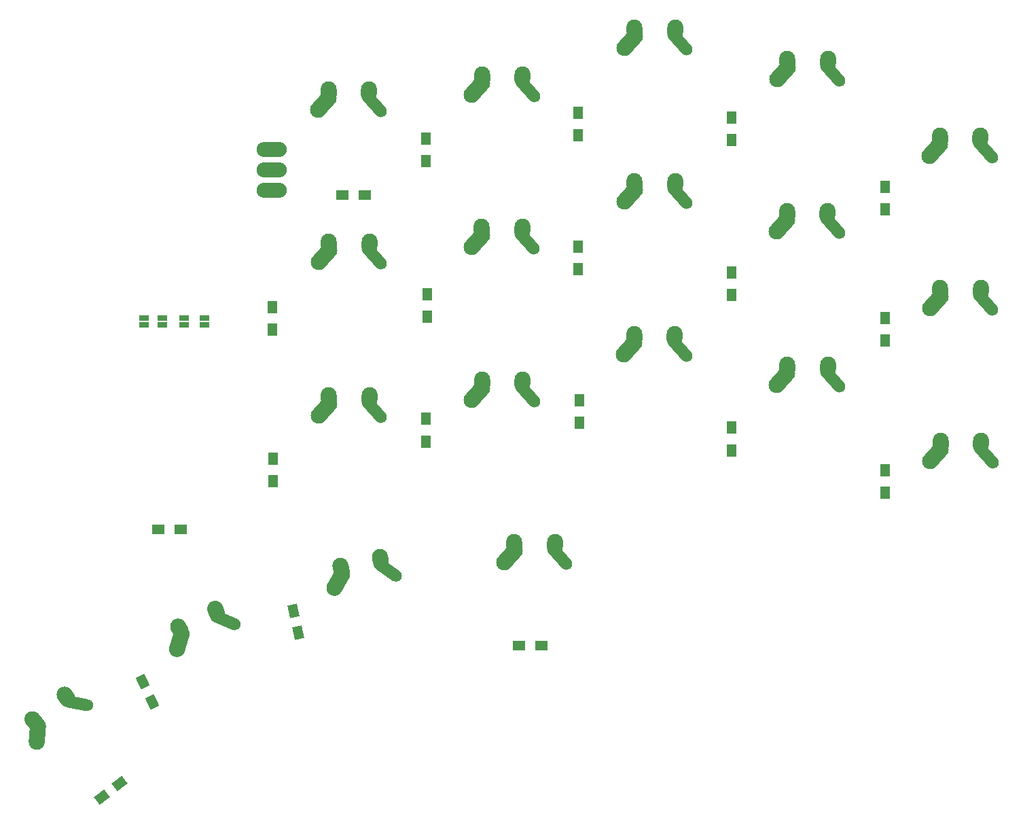
<source format=gbr>
%TF.GenerationSoftware,KiCad,Pcbnew,(5.99.0-11550-g369d813a32)*%
%TF.CreationDate,2021-08-18T15:47:15+05:30*%
%TF.ProjectId,Pteron36v0,50746572-6f6e-4333-9676-302e6b696361,rev?*%
%TF.SameCoordinates,Original*%
%TF.FileFunction,Paste,Bot*%
%TF.FilePolarity,Positive*%
%FSLAX46Y46*%
G04 Gerber Fmt 4.6, Leading zero omitted, Abs format (unit mm)*
G04 Created by KiCad (PCBNEW (5.99.0-11550-g369d813a32)) date 2021-08-18 15:47:15*
%MOMM*%
%LPD*%
G01*
G04 APERTURE LIST*
G04 Aperture macros list*
%AMHorizOval*
0 Thick line with rounded ends*
0 $1 width*
0 $2 $3 position (X,Y) of the first rounded end (center of the circle)*
0 $4 $5 position (X,Y) of the second rounded end (center of the circle)*
0 Add line between two ends*
20,1,$1,$2,$3,$4,$5,0*
0 Add two circle primitives to create the rounded ends*
1,1,$1,$2,$3*
1,1,$1,$4,$5*%
%AMRotRect*
0 Rectangle, with rotation*
0 The origin of the aperture is its center*
0 $1 length*
0 $2 width*
0 $3 Rotation angle, in degrees counterclockwise*
0 Add horizontal line*
21,1,$1,$2,0,0,$3*%
G04 Aperture macros list end*
%ADD10HorizOval,2.000000X-0.160865X0.242121X0.160865X-0.242121X0*%
%ADD11HorizOval,1.500000X-1.209775X0.226403X1.209775X-0.226403X0*%
%ADD12HorizOval,2.000000X0.075244X0.977887X-0.075244X-0.977887X0*%
%ADD13HorizOval,2.000000X-0.192236X0.218049X0.192236X-0.218049X0*%
%ADD14HorizOval,2.000000X-0.019771X-0.290016X0.019771X0.290016X0*%
%ADD15HorizOval,1.500000X-0.821954X0.916082X0.821954X-0.916082X0*%
%ADD16HorizOval,2.000000X0.654995X0.730004X-0.654995X-0.730004X0*%
%ADD17HorizOval,2.000000X-0.019771X0.290016X0.019771X-0.290016X0*%
%ADD18HorizOval,1.500000X-1.000747X0.716464X1.000747X-0.716464X0*%
%ADD19HorizOval,2.000000X-0.043468X0.287421X0.043468X-0.287421X0*%
%ADD20HorizOval,2.000000X0.481468X0.854467X-0.481468X-0.854467X0*%
%ADD21HorizOval,2.000000X-0.082074X0.278862X0.082074X-0.278862X0*%
%ADD22R,1.200000X1.600000*%
%ADD23R,1.600000X1.200000*%
%ADD24HorizOval,2.000000X-0.104647X0.271199X0.104647X-0.271199X0*%
%ADD25HorizOval,1.500000X-1.132096X0.482880X1.132096X-0.482880X0*%
%ADD26HorizOval,2.000000X0.285114X0.938422X-0.285114X-0.938422X0*%
%ADD27HorizOval,2.000000X-0.140485X0.254488X0.140485X-0.254488X0*%
%ADD28RotRect,1.600000X1.200000X37.500000*%
%ADD29RotRect,1.600000X1.200000X115.000000*%
%ADD30RotRect,1.600000X1.200000X102.500000*%
%ADD31R,1.270000X0.635000*%
%ADD32O,3.759200X1.879600*%
G04 APERTURE END LIST*
D10*
%TO.C,SW20*%
X117254506Y-139688751D03*
D11*
X118683603Y-140508084D03*
D12*
X113677543Y-144349369D03*
D13*
X113256005Y-142756908D03*
%TD*%
D14*
%TO.C,SW27*%
X155054645Y-83344727D03*
D15*
X155689645Y-84864727D03*
D16*
X149379645Y-84864727D03*
D17*
X150014645Y-83344727D03*
%TD*%
D15*
%TO.C,SW19*%
X193769760Y-96330009D03*
D14*
X193134760Y-94810009D03*
D17*
X188094760Y-94810009D03*
D16*
X187459760Y-96330009D03*
%TD*%
D14*
%TO.C,SW26*%
X155011001Y-64309832D03*
D15*
X155646001Y-65829832D03*
D16*
X149336001Y-65829832D03*
D17*
X149971001Y-64309832D03*
%TD*%
D14*
%TO.C,SW23*%
X174097782Y-81459207D03*
D15*
X174732782Y-82979207D03*
D16*
X168422782Y-82979207D03*
D17*
X169057782Y-81459207D03*
%TD*%
D15*
%TO.C,SW28*%
X155709023Y-103990179D03*
D14*
X155074023Y-102470179D03*
D16*
X149399023Y-103990179D03*
D17*
X150034023Y-102470179D03*
%TD*%
D15*
%TO.C,SW22*%
X174779694Y-63968582D03*
D14*
X174144694Y-62448582D03*
D17*
X169104694Y-62448582D03*
D16*
X168469694Y-63968582D03*
%TD*%
D14*
%TO.C,SW24*%
X174141427Y-100494103D03*
D15*
X174776427Y-102014103D03*
D16*
X168466427Y-102014103D03*
D17*
X169101427Y-100494103D03*
%TD*%
D15*
%TO.C,SW12*%
X212857729Y-62039418D03*
D14*
X212222729Y-60519418D03*
D17*
X207182729Y-60519418D03*
D16*
X206547729Y-62039418D03*
%TD*%
D18*
%TO.C,SW10*%
X157377854Y-123938379D03*
D19*
X156428918Y-122591848D03*
D20*
X151217427Y-125304113D03*
D21*
X151508386Y-123682704D03*
%TD*%
D14*
%TO.C,SW9*%
X231297191Y-108141435D03*
D15*
X231932191Y-109661435D03*
D16*
X225622191Y-109661435D03*
D17*
X226257191Y-108141435D03*
%TD*%
D14*
%TO.C,SW8*%
X231253550Y-89106534D03*
D15*
X231888550Y-90626534D03*
D16*
X225578550Y-90626534D03*
D17*
X226213550Y-89106534D03*
%TD*%
D22*
%TO.C,D22*%
X162114161Y-70181297D03*
X162114161Y-72981297D03*
%TD*%
%TO.C,D19*%
X181289170Y-102741131D03*
X181289170Y-105541131D03*
%TD*%
D23*
%TO.C,D26*%
X151718369Y-77212943D03*
X154518369Y-77212943D03*
%TD*%
D22*
%TO.C,D28*%
X143092015Y-110021782D03*
X143092015Y-112821782D03*
%TD*%
%TO.C,D27*%
X142999847Y-91168004D03*
X142999847Y-93968004D03*
%TD*%
%TO.C,D14*%
X200213177Y-106207103D03*
X200213177Y-109007103D03*
%TD*%
%TO.C,D24*%
X162104377Y-105108300D03*
X162104377Y-107908300D03*
%TD*%
%TO.C,D9*%
X219320188Y-111531435D03*
X219320188Y-114331435D03*
%TD*%
D14*
%TO.C,SW17*%
X193162292Y-56673929D03*
D15*
X193797292Y-58193929D03*
D17*
X188122292Y-56673929D03*
D16*
X187487292Y-58193929D03*
%TD*%
D22*
%TO.C,D13*%
X200242334Y-86900540D03*
X200242334Y-89700540D03*
%TD*%
D24*
%TO.C,SW15*%
X135914163Y-129063461D03*
D25*
X137132048Y-130172686D03*
D26*
X131413246Y-132839407D03*
D27*
X131346372Y-131193457D03*
%TD*%
D14*
%TO.C,SW14*%
X212195192Y-98655490D03*
D15*
X212830192Y-100175490D03*
D16*
X206520192Y-100175490D03*
D17*
X207155192Y-98655490D03*
%TD*%
D15*
%TO.C,SW7*%
X231844902Y-71591632D03*
D14*
X231209902Y-70071632D03*
D16*
X225534902Y-71591632D03*
D17*
X226169902Y-70071632D03*
%TD*%
D22*
%TO.C,D17*%
X181083769Y-66999142D03*
X181083769Y-69799142D03*
%TD*%
%TO.C,D8*%
X219320189Y-92496535D03*
X219320189Y-95296535D03*
%TD*%
D14*
%TO.C,SW18*%
X193181675Y-75799380D03*
D15*
X193816675Y-77319380D03*
D17*
X188141675Y-75799380D03*
D16*
X187506675Y-77319380D03*
%TD*%
D22*
%TO.C,D23*%
X162266117Y-89536384D03*
X162266117Y-92336384D03*
%TD*%
%TO.C,D18*%
X181083770Y-83636143D03*
X181083770Y-86436143D03*
%TD*%
%TO.C,D12*%
X200242333Y-67557942D03*
X200242333Y-70357942D03*
%TD*%
%TO.C,D7*%
X219320190Y-76192116D03*
X219320190Y-78992116D03*
%TD*%
D23*
%TO.C,D_RE1*%
X128769999Y-118884001D03*
X131569999Y-118884001D03*
%TD*%
D14*
%TO.C,SW13*%
X212175820Y-79530046D03*
D15*
X212810820Y-81050046D03*
D17*
X207135820Y-79530046D03*
D16*
X206500820Y-81050046D03*
%TD*%
D15*
%TO.C,SW25*%
X178811513Y-122220813D03*
D14*
X178176513Y-120700813D03*
D16*
X172501513Y-122220813D03*
D17*
X173136513Y-120700813D03*
%TD*%
D23*
%TO.C,D25*%
X176548514Y-133364814D03*
X173748514Y-133364814D03*
%TD*%
D28*
%TO.C,D20*%
X123935209Y-150546547D03*
X121713819Y-152251079D03*
%TD*%
D29*
%TO.C,D15*%
X126771101Y-137869312D03*
X127954433Y-140406974D03*
%TD*%
D30*
%TO.C,D10*%
X145601754Y-129008327D03*
X146207784Y-131741955D03*
%TD*%
D31*
%TO.C,JP5*%
X134500169Y-92511363D03*
X134500169Y-93410523D03*
%TD*%
%TO.C,JP6*%
X131960168Y-92511364D03*
X131960168Y-93410524D03*
%TD*%
%TO.C,JP7*%
X129293169Y-92511364D03*
X129293169Y-93410524D03*
%TD*%
%TO.C,JP8*%
X127007168Y-92511364D03*
X127007168Y-93410524D03*
%TD*%
D32*
%TO.C,PWM_PAD1*%
X142856770Y-71574144D03*
X142856770Y-74114144D03*
X142856770Y-76654144D03*
%TD*%
M02*

</source>
